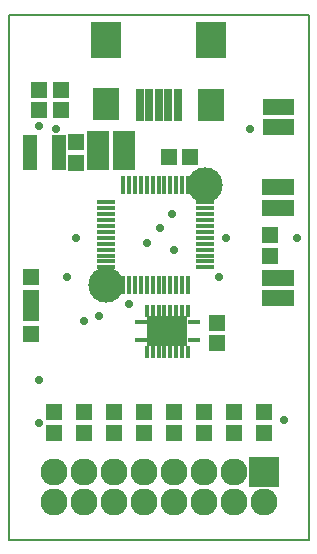
<source format=gts>
G04 PROTEUS RS274X GERBER FILE*
%FSLAX24Y24*%
%MOIN*%
%ADD73C,0.0280*%
%ADD30R,0.0550X0.0550*%
%ADD31R,0.0389X0.0165*%
%ADD32R,0.0165X0.0389*%
%ADD33R,0.1381X0.0987*%
%ADD34R,0.1000X0.1000*%
%ADD35C,0.0900*%
%ADD36R,0.0450X0.0400*%
%ADD37R,0.0751X0.0652*%
%ADD21R,0.0610X0.0120*%
%ADD22R,0.0120X0.0610*%
%ADD38C,0.1181*%
%ADD39R,0.0296X0.1084*%
%ADD40R,0.0887X0.1084*%
%ADD41R,0.0987X0.1184*%
%ADD11C,0.0080*%
G54D73*
X+2000Y+1250D03*
X-400Y+2400D03*
X+50Y+2896D03*
X+440Y+3350D03*
X+500Y+2150D03*
X-2000Y-50D03*
X-2500Y-200D03*
X-4000Y-3600D03*
X-4000Y-2165D03*
X-4000Y+6299D03*
X+4185Y-3514D03*
X+3051Y+6200D03*
X+2250Y+2559D03*
X+4600Y+2559D03*
X-3429Y+6200D03*
X-2750Y+2550D03*
X-990Y+350D03*
X-3050Y+1250D03*
G54D30*
X+3500Y-3250D03*
X+2500Y-3250D03*
X+1500Y-3250D03*
X+500Y-3250D03*
X-500Y-3250D03*
X-1500Y-3250D03*
X-2500Y-3250D03*
X-3500Y-3250D03*
X-3500Y-3930D03*
X-2500Y-3930D03*
X-1500Y-3930D03*
X-500Y-3930D03*
X+500Y-3930D03*
X+1500Y-3930D03*
X+2500Y-3930D03*
X+3500Y-3930D03*
G54D31*
X+1174Y-263D03*
G54D32*
X+977Y+120D03*
X+781Y+120D03*
X+584Y+120D03*
X+387Y+120D03*
X+190Y+120D03*
X-6Y+120D03*
X-203Y+120D03*
X-400Y+120D03*
G54D31*
X-596Y-263D03*
X-596Y-854D03*
G54D32*
X-400Y-1238D03*
X-203Y-1238D03*
X-6Y-1238D03*
X+190Y-1238D03*
X+387Y-1238D03*
X+584Y-1238D03*
X+781Y-1238D03*
X+977Y-1238D03*
G54D31*
X+1174Y-854D03*
G54D33*
X+288Y-559D03*
G54D34*
X+3500Y-5250D03*
G54D35*
X+2500Y-5250D03*
X+1500Y-5250D03*
X+500Y-5250D03*
X-500Y-5250D03*
X-1500Y-5250D03*
X-2500Y-5250D03*
X-3500Y-5250D03*
X-3500Y-6250D03*
X-2500Y-6250D03*
X-1500Y-6250D03*
X-500Y-6250D03*
X+500Y-6250D03*
X+1500Y-6250D03*
X+2500Y-6250D03*
X+3500Y-6250D03*
G54D36*
X-4280Y+5780D03*
X-4280Y+5410D03*
X-4280Y+5030D03*
X-3340Y+5030D03*
X-3340Y+5400D03*
X-3340Y+5780D03*
G54D30*
X-2750Y+5750D03*
X-2750Y+5070D03*
X-4000Y+6820D03*
X-4000Y+7500D03*
X+3700Y+4250D03*
X+3700Y+3570D03*
X+4250Y+4250D03*
X+4250Y+3570D03*
X-3250Y+6820D03*
X-3250Y+7500D03*
X+350Y+5250D03*
X+1030Y+5250D03*
X+3750Y+6250D03*
X+3750Y+6930D03*
X+4250Y+6250D03*
X+4250Y+6930D03*
X+3700Y+1220D03*
X+3700Y+540D03*
X+4250Y+1220D03*
X+4250Y+540D03*
X+3700Y+1970D03*
X+3700Y+2650D03*
X-4250Y+1250D03*
X-4250Y+570D03*
X-4250Y-630D03*
X-4250Y+50D03*
X+1950Y-279D03*
X+1950Y-959D03*
G54D37*
X-1150Y+5779D03*
X-2016Y+5779D03*
X-2016Y+5150D03*
X-1150Y+5150D03*
G54D21*
X+1548Y+1574D03*
X+1548Y+1771D03*
X+1548Y+1968D03*
X+1548Y+2165D03*
X+1548Y+2362D03*
X+1548Y+2559D03*
X+1548Y+2755D03*
X+1548Y+2952D03*
X+1548Y+3149D03*
X+1548Y+3346D03*
X+1548Y+3543D03*
X+1548Y+3740D03*
G54D22*
X+977Y+4311D03*
X+781Y+4311D03*
X+584Y+4311D03*
X+387Y+4311D03*
X+190Y+4311D03*
X-6Y+4311D03*
X-203Y+4311D03*
X-400Y+4311D03*
X-596Y+4311D03*
X-793Y+4311D03*
X-990Y+4311D03*
X-1187Y+4311D03*
G54D21*
X-1758Y+3740D03*
X-1758Y+3543D03*
X-1758Y+3346D03*
X-1758Y+3149D03*
X-1758Y+2952D03*
X-1758Y+2755D03*
X-1758Y+2559D03*
X-1758Y+2362D03*
X-1758Y+2165D03*
X-1758Y+1968D03*
X-1758Y+1771D03*
X-1758Y+1574D03*
G54D22*
X-1187Y+1003D03*
X-990Y+1003D03*
X-793Y+1003D03*
X-596Y+1003D03*
X-400Y+1003D03*
X-203Y+1003D03*
X-6Y+1003D03*
X+190Y+1003D03*
X+387Y+1003D03*
X+584Y+1003D03*
X+781Y+1003D03*
X+977Y+1003D03*
G54D38*
X-1758Y+1003D03*
X+1548Y+4311D03*
G54D39*
X+629Y+7000D03*
X+314Y+7000D03*
X+0Y+7000D03*
X-314Y+7000D03*
X-629Y+7000D03*
G54D40*
X-1751Y+7018D03*
G54D41*
X-1751Y+9145D03*
X+1751Y+9145D03*
G54D40*
X+1751Y+7000D03*
G54D11*
X-5000Y-7500D02*
X+5000Y-7500D01*
X+5000Y+10000D01*
X-5000Y+10000D01*
X-5000Y-7500D01*
M00*

</source>
